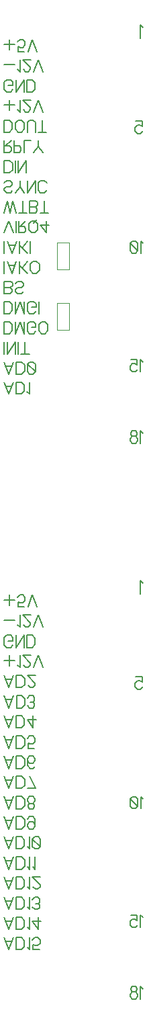
<source format=gbo>
G04*
G04  File:            TEMP_GERBER.GBO, Wed Dec 04 20:29:51 2019*
G04  Source:          P-CAD 2006 PCB, Version 19.02.958, (D:\retrocomputing\pdp11-mpi-breakout-board\pcb\temp_gerber.pcb)*
G04  Format:          Gerber Format (RS-274-D), ASCII*
G04*
G04  Format Options:  Absolute Positioning*
G04                   Leading-Zero Suppression*
G04                   Scale Factor 1:1*
G04                   NO Circular Interpolation*
G04                   Inch Units*
G04                   Numeric Format: 4.4 (XXXX.XXXX)*
G04                   G54 NOT Used for Aperture Change*
G04                   Apertures Embedded*
G04*
G04  File Options:    Offset = (0.0mil,0.0mil)*
G04                   Drill Symbol Size = 80.0mil*
G04                   Pad/Via Holes*
G04*
G04  File Contents:   Pads*
G04                   Vias*
G04                   Designators*
G04                   No Types*
G04                   No Values*
G04                   No Drill Symbols*
G04                   Bot Silk*
G04*
%INTEMP_GERBER.GBO*%
%ICAS*%
%MOIN*%
G04*
G04  Aperture MACROs for general use --- invoked via D-code assignment *
G04*
G04  General MACRO for flashed round with rotation and/or offset hole *
%AMROTOFFROUND*
1,1,$1,0.0000,0.0000*
1,0,$2,$3,$4*%
G04*
G04  General MACRO for flashed oval (obround) with rotation and/or offset hole *
%AMROTOFFOVAL*
21,1,$1,$2,0.0000,0.0000,$3*
1,1,$4,$5,$6*
1,1,$4,0-$5,0-$6*
1,0,$7,$8,$9*%
G04*
G04  General MACRO for flashed oval (obround) with rotation and no hole *
%AMROTOVALNOHOLE*
21,1,$1,$2,0.0000,0.0000,$3*
1,1,$4,$5,$6*
1,1,$4,0-$5,0-$6*%
G04*
G04  General MACRO for flashed rectangle with rotation and/or offset hole *
%AMROTOFFRECT*
21,1,$1,$2,0.0000,0.0000,$3*
1,0,$4,$5,$6*%
G04*
G04  General MACRO for flashed rectangle with rotation and no hole *
%AMROTRECTNOHOLE*
21,1,$1,$2,0.0000,0.0000,$3*%
G04*
G04  General MACRO for flashed rounded-rectangle *
%AMROUNDRECT*
21,1,$1,$2-$4,0.0000,0.0000,$3*
21,1,$1-$4,$2,0.0000,0.0000,$3*
1,1,$4,$5,$6*
1,1,$4,$7,$8*
1,1,$4,0-$5,0-$6*
1,1,$4,0-$7,0-$8*
1,0,$9,$10,$11*%
G04*
G04  General MACRO for flashed rounded-rectangle with rotation and no hole *
%AMROUNDRECTNOHOLE*
21,1,$1,$2-$4,0.0000,0.0000,$3*
21,1,$1-$4,$2,0.0000,0.0000,$3*
1,1,$4,$5,$6*
1,1,$4,$7,$8*
1,1,$4,0-$5,0-$6*
1,1,$4,0-$7,0-$8*%
G04*
G04  General MACRO for flashed regular polygon *
%AMREGPOLY*
5,1,$1,0.0000,0.0000,$2,$3+$4*
1,0,$5,$6,$7*%
G04*
G04  General MACRO for flashed regular polygon with no hole *
%AMREGPOLYNOHOLE*
5,1,$1,0.0000,0.0000,$2,$3+$4*%
G04*
G04  General MACRO for target *
%AMTARGET*
6,0,0,$1,$2,$3,4,$4,$5,$6*%
G04*
G04  General MACRO for mounting hole *
%AMMTHOLE*
1,1,$1,0,0*
1,0,$2,0,0*
$1=$1-$2*
$1=$1/2*
21,1,$2+$1,$3,0,0,$4*
21,1,$3,$2+$1,0,0,$4*%
G04*
G04*
G04  D10 : "Ellipse X0.254mm Y0.254mm H0.000mm 0.0deg (0.000mm,0.000mm) Draw"*
G04  Disc: OuterDia=0.0100*
%ADD10C, 0.0100*%
G04  D11 : "Ellipse X0.400mm Y0.400mm H0.000mm 0.0deg (0.000mm,0.000mm) Draw"*
G04  Disc: OuterDia=0.0157*
%ADD11C, 0.0157*%
G04  D12 : "Ellipse X0.500mm Y0.500mm H0.000mm 0.0deg (0.000mm,0.000mm) Draw"*
G04  Disc: OuterDia=0.0197*
%ADD12C, 0.0197*%
G04  D13 : "Ellipse X0.100mm Y0.100mm H0.000mm 0.0deg (0.000mm,0.000mm) Draw"*
G04  Disc: OuterDia=0.0039*
%ADD13C, 0.0039*%
G04  D14 : "Ellipse X0.200mm Y0.200mm H0.000mm 0.0deg (0.000mm,0.000mm) Draw"*
G04  Disc: OuterDia=0.0079*
%ADD14C, 0.0079*%
G04  D15 : "Ellipse X2.681mm Y2.681mm H0.000mm 0.0deg (0.000mm,0.000mm) Flash"*
G04  Disc: OuterDia=0.1056*
%ADD15C, 0.1056*%
G04  D16 : "Ellipse X2.300mm Y2.300mm H0.000mm 0.0deg (0.000mm,0.000mm) Flash"*
G04  Disc: OuterDia=0.0906*
%ADD16C, 0.0906*%
G04  D17 : "Rounded Rectangle X3.200mm Y1.800mm H0.000mm 0.0deg (0.000mm,0.000mm) Flash"*
G04  RoundRct: DimX=0.1260, DimY=0.0709, CornerRad=0.0177, Rotation=0.0, OffsetX=0.0000, OffsetY=0.0000, HoleDia=0.0000 *
%ADD17ROUNDRECTNOHOLE, 0.1260 X0.0709 X0.0 X0.0354 X-0.0453 X-0.0177 X-0.0453 X0.0177*%
G04  D18 : "Rounded Rectangle X3.581mm Y2.181mm H0.000mm 0.0deg (0.000mm,0.000mm) Flash"*
G04  RoundRct: DimX=0.1410, DimY=0.0859, CornerRad=0.0215, Rotation=0.0, OffsetX=0.0000, OffsetY=0.0000, HoleDia=0.0000 *
%ADD18ROUNDRECTNOHOLE, 0.1410 X0.0859 X0.0 X0.0429 X-0.0490 X-0.0215 X-0.0490 X0.0215*%
G04  D19 : "Rounded Rectangle X1.200mm Y1.300mm H0.000mm 0.0deg (0.000mm,0.000mm) Flash"*
G04  RoundRct: DimX=0.0472, DimY=0.0512, CornerRad=0.0118, Rotation=0.0, OffsetX=0.0000, OffsetY=0.0000, HoleDia=0.0000 *
%ADD19ROUNDRECTNOHOLE, 0.0472 X0.0512 X0.0 X0.0236 X-0.0118 X-0.0138 X-0.0118 X0.0138*%
G04  D20 : "Rounded Rectangle X1.300mm Y1.200mm H0.000mm 0.0deg (0.000mm,0.000mm) Flash"*
G04  RoundRct: DimX=0.0512, DimY=0.0472, CornerRad=0.0118, Rotation=0.0, OffsetX=0.0000, OffsetY=0.0000, HoleDia=0.0000 *
%ADD20ROUNDRECTNOHOLE, 0.0512 X0.0472 X0.0 X0.0236 X-0.0138 X-0.0118 X-0.0138 X0.0118*%
G04  D21 : "Rounded Rectangle X1.581mm Y1.681mm H0.000mm 0.0deg (0.000mm,0.000mm) Flash"*
G04  RoundRct: DimX=0.0622, DimY=0.0662, CornerRad=0.0156, Rotation=0.0, OffsetX=0.0000, OffsetY=0.0000, HoleDia=0.0000 *
%ADD21ROUNDRECTNOHOLE, 0.0622 X0.0662 X0.0 X0.0311 X-0.0156 X-0.0175 X-0.0156 X0.0175*%
G04  D22 : "Rounded Rectangle X1.681mm Y1.581mm H0.000mm 0.0deg (0.000mm,0.000mm) Flash"*
G04  RoundRct: DimX=0.0662, DimY=0.0622, CornerRad=0.0156, Rotation=0.0, OffsetX=0.0000, OffsetY=0.0000, HoleDia=0.0000 *
%ADD22ROUNDRECTNOHOLE, 0.0662 X0.0622 X0.0 X0.0311 X-0.0175 X-0.0156 X-0.0175 X0.0156*%
G04  D23 : "Rectangle X7.500mm Y2.300mm H0.000mm 0.0deg (0.000mm,0.000mm) Flash"*
G04  Rectangular: DimX=0.2953, DimY=0.0906, Rotation=0.0, OffsetX=0.0000, OffsetY=0.0000, HoleDia=0.0000 *
%ADD23R, 0.2953 X0.0906*%
G04  D24 : "Rectangle X7.881mm Y2.681mm H0.000mm 0.0deg (0.000mm,0.000mm) Flash"*
G04  Rectangular: DimX=0.3103, DimY=0.1056, Rotation=0.0, OffsetX=0.0000, OffsetY=0.0000, HoleDia=0.0000 *
%ADD24R, 0.3103 X0.1056*%
G04  D25 : "Rectangle X9.000mm Y2.300mm H0.000mm 0.0deg (0.000mm,0.000mm) Flash"*
G04  Rectangular: DimX=0.3543, DimY=0.0906, Rotation=0.0, OffsetX=0.0000, OffsetY=0.0000, HoleDia=0.0000 *
%ADD25R, 0.3543 X0.0906*%
G04  D26 : "Rectangle X9.381mm Y2.681mm H0.000mm 0.0deg (0.000mm,0.000mm) Flash"*
G04  Rectangular: DimX=0.3693, DimY=0.1056, Rotation=0.0, OffsetX=0.0000, OffsetY=0.0000, HoleDia=0.0000 *
%ADD26R, 0.3693 X0.1056*%
G04  D27 : "Ellipse X0.400mm Y0.400mm H0.000mm 0.0deg (0.000mm,0.000mm) Flash"*
G04  Disc: OuterDia=0.0157*
%ADD27C, 0.0157*%
G04*
%FSLAX44Y44*%
%SFA1B1*%
%OFA0.0000B0.0000*%
G04*
G70*
G90*
G01*
D2*
%LNBot Silk*%
D14*
X40716Y52556*
X40487Y51955D1*
X40259Y52556*
X40344Y52356D2*
X40631D1*
X40859Y52556D2*
Y51955D1*
X41117*
X41260Y52098*
Y52413*
X41117Y52556*
X40859*
X41403Y52070D2*
X41518Y51955D1*
Y52556*
X41661Y52070D2*
X41775Y51955D1*
Y52556*
X40716Y55556D2*
X40487Y54955D1*
X40259Y55556*
X40344Y55356D2*
X40631D1*
X40859Y55556D2*
Y54955D1*
X41117*
X41260Y55098*
Y55413*
X41117Y55556*
X40859*
X41518Y55213D2*
X41661D1*
X41747Y55127*
Y55041*
X41661Y54955*
X41518*
X41432Y55041*
Y55127*
X41518Y55213*
X41403Y55327*
Y55442*
X41518Y55556*
X41661*
X41775Y55442*
Y55327*
X41661Y55213*
X40716Y56556D2*
X40487Y55956D1*
X40259Y56556*
X40344Y56356D2*
X40630D1*
X40859Y56556D2*
Y55956D1*
X41117*
X41260Y56099*
Y56413*
X41117Y56556*
X40859*
X41517D2*
X41803Y55956D1*
X41403*
X40716Y58556D2*
X40487Y57955D1*
X40259Y58556*
X40344Y58356D2*
X40631D1*
X40859Y58556D2*
Y57955D1*
X41117*
X41260Y58098*
Y58413*
X41117Y58556*
X40859*
X41747Y57955D2*
X41432D1*
Y58213*
X41546Y58156*
X41661*
X41775Y58270*
Y58442*
X41661Y58556*
X41518*
X41403Y58442*
X40716Y59556D2*
X40487Y58956D1*
X40259Y59556*
X40344Y59356D2*
X40630D1*
X40859Y59556D2*
Y58956D1*
X41116*
X41259Y59099*
Y59413*
X41116Y59556*
X40859*
X41688D2*
Y58956D1*
X41402Y59356*
X41831*
X40716Y61556D2*
X40487Y60956D1*
X40259Y61556*
X40344Y61356D2*
X40630D1*
X40859Y61556D2*
Y60956D1*
X41117*
X41260Y61099*
Y61413*
X41117Y61556*
X40859*
X41431Y61070D2*
X41546Y60956D1*
X41660*
X41775Y61070*
Y61184*
X41403Y61556*
X41803*
X40716Y77113D2*
X40487Y76513D1*
X40259Y77113*
X40344Y76913D2*
X40630D1*
X40859Y77113D2*
Y76513D1*
X41117*
X41260Y76656*
Y76970*
X41117Y77113*
X40859*
X41403Y76942D2*
Y76627D1*
X41517Y76513*
X41689*
X41803Y76627*
Y76999*
X41689Y77113*
X41517*
X41403Y76999*
Y76942*
Y76999D2*
X41803Y76627D1*
X40707Y76117D2*
X40482Y75526D1*
X40257Y76117*
X40341Y75920D2*
X40623D1*
X40848Y76117D2*
Y75526D1*
X41101*
X41241Y75667*
Y75976*
X41101Y76117*
X40848*
X41382Y75639D2*
X41494Y75526D1*
Y76117*
X40259Y82510D2*
Y83113D1*
X40861D2*
X40632Y82510D1*
X40402Y83113*
X40488Y82912D2*
X40775D1*
X41005Y82510D2*
Y83113D1*
X41407Y82510D2*
X41005Y82912D1*
X41148Y82768D2*
X41407Y83113D1*
X41550Y82510D2*
Y83113D1*
X40688Y90627D2*
X40573Y90512D1*
X40373*
X40259Y90627*
Y90999*
X40373Y91113*
X40573*
X40688Y90999*
Y90827*
X40459*
X41231Y90512D2*
Y91113D1*
X40831Y90512*
Y91113*
X41375D2*
Y90512D1*
X41632*
X41775Y90655*
Y90970*
X41632Y91113*
X41375*
X47140Y46018D2*
X47023Y46135D1*
Y45522*
X46761Y45872D2*
X46615D1*
X46527Y45960*
Y46047*
X46615Y46135*
X46761*
X46848Y46047*
Y45960*
X46761Y45872*
X46877Y45755*
Y45639*
X46761Y45522*
X46615*
X46498Y45639*
Y45755*
X46615Y45872*
X47140Y49561D2*
X47023Y49678D1*
Y49065*
X46527Y49678D2*
X46848D1*
Y49415*
X46731Y49474*
X46615*
X46498Y49357*
Y49182*
X46615Y49065*
X46761*
X46877Y49182*
X47143Y55441D2*
X47031Y55553D1*
Y54963*
X46890Y55132D2*
Y55441D1*
X46778Y55553*
X46609*
X46497Y55441*
Y55075*
X46609Y54963*
X46778*
X46890Y55075*
Y55132*
Y55075D2*
X46497Y55441D1*
X46781Y61505D2*
X47109D1*
Y61237*
X46990Y61297*
X46871*
X46751Y61178*
Y60999*
X46871Y60880*
X47019*
X47139Y60999*
X47140Y73577D2*
X47023Y73694D1*
Y73081*
X46761Y73431D2*
X46615D1*
X46527Y73519*
Y73606*
X46615Y73694*
X46761*
X46848Y73606*
Y73519*
X46761Y73431*
X46877Y73314*
Y73198*
X46761Y73081*
X46615*
X46498Y73198*
Y73314*
X46615Y73431*
X47140Y77121D2*
X47023Y77237D1*
Y76624*
X46527Y77237D2*
X46848D1*
Y76974*
X46731Y77033*
X46615*
X46498Y76916*
Y76741*
X46615Y76624*
X46761*
X46877Y76741*
X47143Y83000D2*
X47031Y83113D1*
Y82522*
X46890Y82691D2*
Y83000D1*
X46778Y83113*
X46609*
X46497Y83000*
Y82634*
X46609Y82522*
X46778*
X46890Y82634*
Y82691*
Y82634D2*
X46497Y83000D1*
X46781Y89064D2*
X47109D1*
Y88796*
X46990Y88856*
X46871*
X46751Y88737*
Y88558*
X46871Y88439*
X47019*
X47139Y88558*
X40717Y60556D2*
X40488Y59955D1*
X40259Y60556*
X40344Y60356D2*
X40631D1*
X40860Y60556D2*
Y59955D1*
X41117*
X41260Y60098*
Y60413*
X41117Y60556*
X40860*
X41404Y60070D2*
X41518Y59955D1*
X41661*
X41747Y60041*
Y60184*
X41690Y60241*
X41547*
X41690D2*
X41747Y60299D1*
Y60470*
X41661Y60556*
X41518*
X41404Y60442*
X40716Y57556D2*
X40487Y56955D1*
X40259Y57556*
X40344Y57356D2*
X40631D1*
X40859Y57556D2*
Y56955D1*
X41117*
X41260Y57098*
Y57413*
X41117Y57556*
X40859*
X41775Y57041D2*
X41689Y56955D1*
X41575*
X41546*
X41403Y57098*
Y57442*
X41518Y57556*
X41661*
X41775Y57442*
Y57327*
X41661Y57213*
X41518*
X41403Y57327*
X40716Y54556D2*
X40487Y53955D1*
X40259Y54556*
X40344Y54356D2*
X40631D1*
X40859Y54556D2*
Y53955D1*
X41117*
X41260Y54098*
Y54413*
X41117Y54556*
X40859*
X41403Y54442D2*
X41518Y54556D1*
X41661*
X41775Y54442*
Y54070*
X41661Y53955*
X41518*
X41403Y54070*
Y54184*
X41518Y54299*
X41661*
X41775Y54184*
X40688Y63070D2*
X40573Y62955D1*
X40373*
X40259Y63070*
Y63442*
X40373Y63556*
X40573*
X40688Y63442*
Y63270*
X40459*
X41231Y62955D2*
Y63556D1*
X40831Y62955*
Y63556*
X41375D2*
Y62955D1*
X41632*
X41775Y63098*
Y63413*
X41632Y63556*
X41375*
X40259Y77509D2*
Y78113D1*
X40805Y77509D2*
Y78113D1*
X40402Y77509*
Y78113*
X40948Y77509D2*
Y78113D1*
X41293Y77509D2*
Y78113D1*
X41092Y77509D2*
X41494D1*
X40259Y80794D2*
X40548D1*
X40635Y80707*
Y80592*
X40548Y80505*
X40259*
Y81111*
X40577*
X40664Y81025*
Y80909*
X40548Y80794*
X41212Y80592D2*
X41126Y80505D1*
X40924*
X40808Y80620*
Y80707*
X40895Y80794*
X41097*
X41212Y80909*
Y80996*
X41097Y81111*
X40924*
X40808Y80996*
X40259Y87112D2*
Y86507D1*
X40518*
X40662Y86651*
Y86968*
X40518Y87112*
X40259*
X40806Y86507D2*
Y87112D1*
X41353Y86507D2*
Y87112D1*
X40950Y86507*
Y87112*
X47133Y66155D2*
X47006Y66282D1*
Y65617*
X47133Y93714D2*
X47006Y93841D1*
Y93177*
X40715Y49557D2*
X40487Y48958D1*
X40258Y49557*
X40344Y49357D2*
X40629D1*
X40858Y49557D2*
Y48958D1*
X41114*
X41257Y49100*
Y49414*
X41114Y49557*
X40858*
X41400Y49072D2*
X41514Y48958D1*
Y49557*
X41942D2*
Y48958D1*
X41657Y49357*
X42085*
X40715Y50557D2*
X40487Y49957D1*
X40258Y50557*
X40344Y50357D2*
X40630D1*
X40858Y50557D2*
Y49957D1*
X41115*
X41258Y50100*
Y50414*
X41115Y50557*
X40858*
X41401Y50071D2*
X41515Y49957D1*
Y50557*
X41658Y50071D2*
X41772Y49957D1*
X41915*
X42000Y50043*
Y50185*
X41943Y50243*
X41800*
X41943D2*
X42000Y50300D1*
Y50471*
X41915Y50557*
X41772*
X41658Y50442*
X40715Y53557D2*
X40487Y52957D1*
X40258Y53557*
X40344Y53357D2*
X40629D1*
X40858Y53557D2*
Y52957D1*
X41115*
X41257Y53100*
Y53414*
X41115Y53557*
X40858*
X41400Y53072D2*
X41514Y52957D1*
Y53557*
X41657Y53385D2*
Y53072D1*
X41771Y52957*
X41942*
X42056Y53072*
Y53443*
X41942Y53557*
X41771*
X41657Y53443*
Y53385*
Y53443D2*
X42056Y53072D1*
X40515Y62044D2*
Y62557D1*
X40258Y62300D2*
X40772D1*
X40914Y62072D2*
X41028Y61958D1*
Y62557*
X41199Y62072D2*
X41313Y61958D1*
X41427*
X41542Y62072*
Y62186*
X41171Y62557*
X41570*
X41713Y61958D2*
X41941Y62557D1*
X42169Y61958*
X40258Y64300D2*
X40772D1*
X40914Y64072D2*
X41028Y63958D1*
Y64557*
X41199Y64072D2*
X41313Y63958D1*
X41427*
X41542Y64072*
Y64186*
X41171Y64557*
X41570*
X41713Y63958D2*
X41941Y64557D1*
X42169Y63958*
X40516Y65042D2*
Y65556D1*
X40258Y65299D2*
X40773D1*
X41259Y64956D2*
X40944D1*
Y65213*
X41059Y65156*
X41173*
X41287Y65271*
Y65442*
X41173Y65556*
X41030*
X40916Y65442*
X41430Y64956D2*
X41659Y65556D1*
X41888Y64956*
X40258Y80114D2*
Y79514D1*
X40515*
X40658Y79657*
Y79971*
X40515Y80114*
X40258*
X41258D2*
Y79514D1*
X41030Y80114*
X40801Y79514*
Y80114*
X41829Y79628D2*
X41715Y79514D1*
X41515*
X41401Y79628*
Y79999*
X41515Y80114*
X41715*
X41829Y79999*
Y79828*
X41601*
X41972Y79514D2*
Y80114D1*
X40258Y79114D2*
Y78516D1*
X40514*
X40657Y78659*
Y78972*
X40514Y79114*
X40258*
X41255D2*
Y78516D1*
X41027Y79114*
X40799Y78516*
Y79114*
X41824Y78630D2*
X41710Y78516D1*
X41511*
X41397Y78630*
Y79000*
X41511Y79114*
X41710*
X41824Y79000*
Y78830*
X41596*
X42109Y79114D2*
X42280D1*
X42422Y78972*
Y78659*
X42280Y78516*
X42109*
X41967Y78659*
Y78972*
X42109Y79114*
X40258Y81514D2*
Y82114D1*
X40858D2*
X40630Y81514D1*
X40401Y82114*
X40487Y81914D2*
X40772D1*
X41001Y81514D2*
Y82114D1*
X41401Y81514D2*
X41001Y81914D1*
X41144Y81771D2*
X41401Y82114D1*
X41686D2*
X41857D1*
X42000Y81971*
Y81657*
X41857Y81514*
X41686*
X41543Y81657*
Y81971*
X41686Y82114*
X40657Y85602D2*
X40571Y85516D1*
X40372*
X40258Y85630*
Y85716*
X40344Y85801*
X40543*
X40657Y85915*
Y86000*
X40543Y86114*
X40372*
X40258Y86000*
X40799Y85516D2*
X41027Y85801D1*
Y86114*
X41255Y85516D2*
X41027Y85801D1*
X41796Y85516D2*
Y86114D1*
X41397Y85516*
Y86114*
X42366Y85630D2*
X42252Y85516D1*
X42053*
X41939Y85630*
Y86000*
X42053Y86114*
X42252*
X42366Y86000*
X40258Y84516D2*
X40400Y85114D1*
X40543Y84516*
X40685Y85114*
X40828Y84516*
X41169D2*
Y85114D1*
X40970Y84516D2*
X41368D1*
X41511Y84801D2*
X41795D1*
X41881Y84716*
Y84602*
X41795Y84516*
X41511*
Y85114*
X41824*
X41909Y85029*
Y84915*
X41795Y84801*
X42251Y84516D2*
Y85114D1*
X42052Y84516D2*
X42450D1*
X40258Y89114D2*
Y88516D1*
X40515*
X40657Y88658*
Y88972*
X40515Y89114*
X40258*
X40942D2*
X41113D1*
X41255Y88972*
Y88658*
X41113Y88516*
X40942*
X40799Y88658*
Y88972*
X40942Y89114*
X41398Y88516D2*
Y89000D1*
X41512Y89114*
X41683*
X41796Y89000*
Y88516*
X42138D2*
Y89114D1*
X41939Y88516D2*
X42338D1*
X40258Y88114D2*
Y87515D1*
X40515*
X40600Y87601*
Y87743*
X40515Y87829*
X40258*
X40315D2*
X40600Y88114D1*
X40743D2*
Y87515D1*
X41000*
X41085Y87601*
Y87743*
X41000Y87829*
X40743*
X41228Y87515D2*
Y88114D1*
X41570*
X41713Y87515D2*
X41941Y87800D1*
Y88114*
X42169Y87515D2*
X41941Y87800D1*
X40258Y91857D2*
X40772D1*
X40914Y91629D2*
X41028Y91515D1*
Y92114*
X41199Y91629D2*
X41313Y91515D1*
X41427*
X41542Y91629*
Y91743*
X41171Y92114*
X41570*
X41713Y91515D2*
X41941Y92114D1*
X42169Y91515*
X40715Y48557D2*
X40487Y47957D1*
X40258Y48557*
X40344Y48357D2*
X40629D1*
X40858Y48557D2*
Y47957D1*
X41115*
X41258Y48100*
Y48414*
X41115Y48557*
X40858*
X41400Y48071D2*
X41514Y47957D1*
Y48557*
X42000Y47957D2*
X41686D1*
Y48214*
X41800Y48157*
X41914*
X42028Y48271*
Y48443*
X41914Y48557*
X41771*
X41657Y48443*
X40715Y51557D2*
X40487Y50957D1*
X40258Y51557*
X40344Y51357D2*
X40629D1*
X40858Y51557D2*
Y50957D1*
X41115*
X41257Y51100*
Y51414*
X41115Y51557*
X40858*
X41400Y51072D2*
X41514Y50957D1*
Y51557*
X41685Y51072D2*
X41800Y50957D1*
X41914*
X42028Y51072*
Y51186*
X41657Y51557*
X42056*
X40257Y83526D2*
X40482Y84117D1*
X40707Y83526*
X40848D2*
Y84117D1*
X40988D2*
Y83526D1*
X41241*
X41326Y83611*
Y83751*
X41241Y83836*
X40988*
X41044D2*
X41326Y84117D1*
X41607Y83526D2*
X41466Y83667D1*
Y83976*
X41607Y84117*
X41776*
X41916Y83976*
Y83667*
X41776Y83526*
X41607*
X41719Y84004D2*
X41888Y84173D1*
X42338Y84117D2*
Y83526D1*
X42057Y83920*
X42479*
X40515Y89601D2*
Y90114D1*
X40258Y89857D2*
X40772D1*
X40914Y89629D2*
X41028Y89515D1*
Y90114*
X41199Y89629D2*
X41313Y89515D1*
X41427*
X41542Y89629*
Y89743*
X41171Y90114*
X41570*
X41713Y89515D2*
X41941Y90114D1*
X42169Y89515*
X40516Y92599D2*
Y93114D1*
X40258Y92856D2*
X40773D1*
X41259Y92513D2*
X40944D1*
Y92771*
X41059Y92713*
X41173*
X41287Y92828*
Y92999*
X41173Y93114*
X41030*
X40916Y92999*
X41430Y92513D2*
X41659Y93114D1*
X41888Y92513*
D2*
D13*
X42877Y78696*
X43468D1*
X42877Y80035D2*
Y78696D1*
X43468Y80035D2*
X42877D1*
X43468Y78696D2*
Y80035D1*
X42877Y81696D2*
X43468D1*
X42877Y83035D2*
Y81696D1*
X43468Y83035D2*
X42877D1*
X43468Y81696D2*
Y83035D1*
D02M02*

</source>
